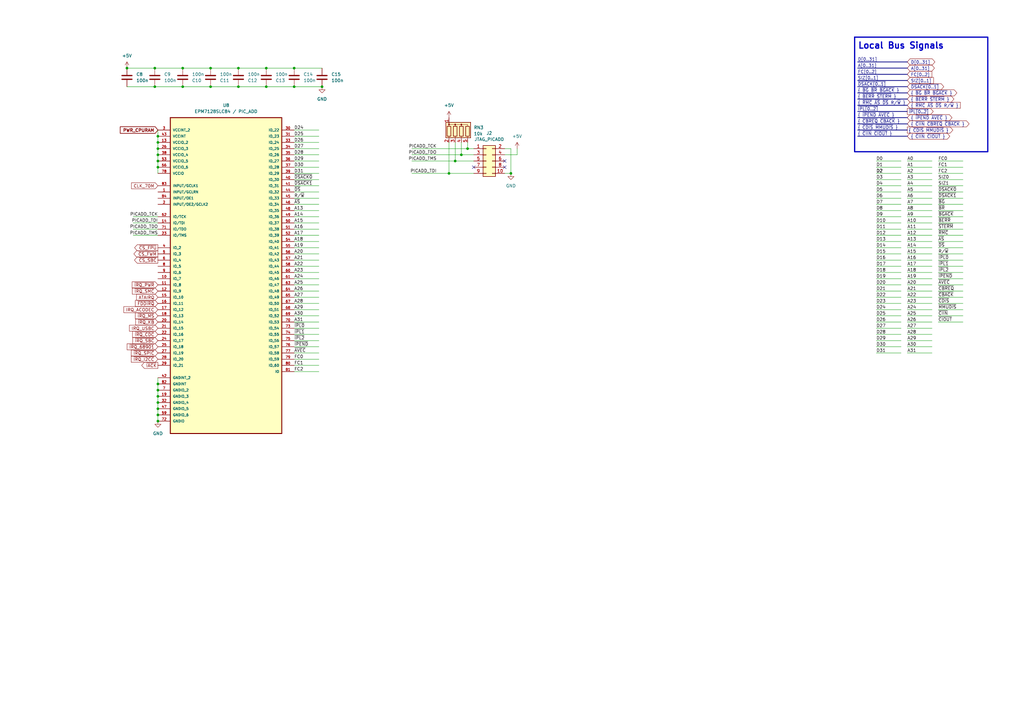
<source format=kicad_sch>
(kicad_sch (version 20230121) (generator eeschema)
  (paper "A3")
  (lib_symbols
    (symbol "Connector_Generic:Conn_02x05_Odd_Even" (pin_names (offset 1.016) hide)
      (property "Reference" "J" (at 1.27 7.62 0))
      (property "Value" "Conn_02x05_Odd_Even" (at 1.27 -7.62 0))
      (symbol "Conn_02x05_Odd_Even_1_1"
        (rectangle (start -1.27 -4.953) (end 0 -5.207) (stroke (width 0.1524)))
        (rectangle (start -1.27 -2.413) (end 0 -2.667) (stroke (width 0.1524)))
        (rectangle (start -1.27 0.127) (end 0 -0.127) (stroke (width 0.1524)))
        (rectangle (start -1.27 2.667) (end 0 2.413) (stroke (width 0.1524)))
        (rectangle (start -1.27 5.207) (end 0 4.953) (stroke (width 0.1524)))
        (rectangle (start -1.27 6.35) (end 3.81 -6.35) (stroke (width 0.254)) (fill (type background)))
        (rectangle (start 3.81 -4.953) (end 2.54 -5.207) (stroke (width 0.1524)))
        (rectangle (start 3.81 -2.413) (end 2.54 -2.667) (stroke (width 0.1524)))
        (rectangle (start 3.81 0.127) (end 2.54 -0.127) (stroke (width 0.1524)))
        (rectangle (start 3.81 2.667) (end 2.54 2.413) (stroke (width 0.1524)))
        (rectangle (start 3.81 5.207) (end 2.54 4.953) (stroke (width 0.1524)))
        (pin passive line (at -5.08 5.08 0) (length 3.81) (name "Pin_1") (number "1"))
        (pin passive line (at 7.62 -5.08 180) (length 3.81) (name "Pin_10") (number "10"))
        (pin passive line (at 7.62 5.08 180) (length 3.81) (name "Pin_2") (number "2"))
        (pin passive line (at -5.08 2.54 0) (length 3.81) (name "Pin_3") (number "3"))
        (pin passive line (at 7.62 2.54 180) (length 3.81) (name "Pin_4") (number "4"))
        (pin passive line (at -5.08 0 0) (length 3.81) (name "Pin_5") (number "5"))
        (pin passive line (at 7.62 0 180) (length 3.81) (name "Pin_6") (number "6"))
        (pin passive line (at -5.08 -2.54 0) (length 3.81) (name "Pin_7") (number "7"))
        (pin passive line (at 7.62 -2.54 180) (length 3.81) (name "Pin_8") (number "8"))
        (pin passive line (at -5.08 -5.08 0) (length 3.81) (name "Pin_9") (number "9"))
      )
    )
    (symbol "Device:C" (pin_numbers hide) (pin_names (offset 0.254))
      (property "Reference" "C" (at 0.635 2.54 0))
      (property "Value" "C" (at 0.635 -2.54 0))
      (symbol "C_0_1"
        (polyline (pts (xy -2.032 -0.762) (xy 2.032 -0.762)) (stroke (width 0.508)))
        (polyline (pts (xy -2.032 0.762) (xy 2.032 0.762)) (stroke (width 0.508)))
      )
      (symbol "C_1_1"
        (pin passive line (at 0 3.81 270) (length 2.794) (name "~") (number "1"))
        (pin passive line (at 0 -3.81 90) (length 2.794) (name "~") (number "2"))
      )
    )
    (symbol "Device:R_Network04" (pin_names (offset 0) hide)
      (property "Reference" "RN" (at -7.62 0 90))
      (property "Value" "R_Network04" (at 5.08 0 90))
      (symbol "R_Network04_0_1"
        (rectangle (start -6.35 -3.175) (end 3.81 3.175) (stroke (width 0.254)) (fill (type background)))
        (rectangle (start -5.842 1.524) (end -4.318 -2.54) (stroke (width 0.254)))
        (circle (center -5.08 2.286) (radius 0.254) (fill (type outline)))
        (rectangle (start -3.302 1.524) (end -1.778 -2.54) (stroke (width 0.254)))
        (circle (center -2.54 2.286) (radius 0.254) (fill (type outline)))
        (rectangle (start -0.762 1.524) (end 0.762 -2.54) (stroke (width 0.254)))
        (polyline (pts (xy -5.08 -2.54) (xy -5.08 -3.81)))
        (polyline (pts (xy -2.54 -2.54) (xy -2.54 -3.81)))
        (polyline (pts (xy 0 -2.54) (xy 0 -3.81)))
        (polyline (pts (xy 2.54 -2.54) (xy 2.54 -3.81)))
        (polyline (pts (xy -5.08 1.524) (xy -5.08 2.286) (xy -2.54 2.286) (xy -2.54 1.524)))
        (polyline (pts (xy -2.54 1.524) (xy -2.54 2.286) (xy 0 2.286) (xy 0 1.524)))
        (polyline (pts (xy 0 1.524) (xy 0 2.286) (xy 2.54 2.286) (xy 2.54 1.524)))
        (circle (center 0 2.286) (radius 0.254) (fill (type outline)))
        (rectangle (start 1.778 1.524) (end 3.302 -2.54) (stroke (width 0.254)))
      )
      (symbol "R_Network04_1_1"
        (pin passive line (at -5.08 5.08 270) (length 2.54) (name "common") (number "1"))
        (pin passive line (at -5.08 -5.08 90) (length 1.27) (name "R1") (number "2"))
        (pin passive line (at -2.54 -5.08 90) (length 1.27) (name "R2") (number "3"))
        (pin passive line (at 0 -5.08 90) (length 1.27) (name "R3") (number "4"))
        (pin passive line (at 2.54 -5.08 90) (length 1.27) (name "R4") (number "5"))
      )
    )
    (symbol "EPM7128SLC84-15:EPM7128SLC84-15" (pin_names (offset 1.016))
      (property "Reference" "U" (at -5.3672 65.0935 0))
      (property "Value" "EPM7128SLC84-15" (at -5.497 -74.6679 0))
      (symbol "EPM7128SLC84-15_0_0"
        (rectangle (start -22.86 -68.58) (end 22.86 60.96) (stroke (width 0.4064)) (fill (type background)))
        (pin input line (at -27.94 30.48 0) (length 5.08) (name "INPUT/GCLRN") (number "1"))
        (pin bidirectional line (at -27.94 -5.08 0) (length 5.08) (name "IO_7") (number "10"))
        (pin bidirectional line (at -27.94 -7.62 0) (length 5.08) (name "IO_8") (number "11"))
        (pin bidirectional line (at -27.94 -10.16 0) (length 5.08) (name "IO_9") (number "12"))
        (pin power_in line (at -27.94 50.8 0) (length 5.08) (name "VCCIO_2") (number "13"))
        (pin bidirectional line (at -27.94 17.78 0) (length 5.08) (name "IO/TDI") (number "14"))
        (pin bidirectional line (at -27.94 -12.7 0) (length 5.08) (name "IO_10") (number "15"))
        (pin bidirectional line (at -27.94 -15.24 0) (length 5.08) (name "IO_11") (number "16"))
        (pin bidirectional line (at -27.94 -17.78 0) (length 5.08) (name "IO_12") (number "17"))
        (pin bidirectional line (at -27.94 -20.32 0) (length 5.08) (name "IO_13") (number "18"))
        (pin passive line (at -27.94 -53.34 0) (length 5.08) (name "GNDIO_3") (number "19"))
        (pin input line (at -27.94 25.4 0) (length 5.08) (name "INPUT/OE2/GCLK2") (number "2"))
        (pin bidirectional line (at -27.94 -22.86 0) (length 5.08) (name "IO_14") (number "20"))
        (pin bidirectional line (at -27.94 -25.4 0) (length 5.08) (name "IO_15") (number "21"))
        (pin bidirectional line (at -27.94 -27.94 0) (length 5.08) (name "IO_16") (number "22"))
        (pin bidirectional line (at -27.94 12.7 0) (length 5.08) (name "IO/TMS") (number "23"))
        (pin bidirectional line (at -27.94 -30.48 0) (length 5.08) (name "IO_17") (number "24"))
        (pin bidirectional line (at -27.94 -33.02 0) (length 5.08) (name "IO_18") (number "25"))
        (pin power_in line (at -27.94 48.26 0) (length 5.08) (name "VCCIO_3") (number "26"))
        (pin bidirectional line (at -27.94 -35.56 0) (length 5.08) (name "IO_19") (number "27"))
        (pin bidirectional line (at -27.94 -38.1 0) (length 5.08) (name "IO_20") (number "28"))
        (pin bidirectional line (at -27.94 -40.64 0) (length 5.08) (name "IO_21") (number "29"))
        (pin power_in line (at -27.94 55.88 0) (length 5.08) (name "VCCINT_2") (number "3"))
        (pin bidirectional line (at 27.94 55.88 180) (length 5.08) (name "IO_22") (number "30"))
        (pin bidirectional line (at 27.94 53.34 180) (length 5.08) (name "IO_23") (number "31"))
        (pin passive line (at -27.94 -55.88 0) (length 5.08) (name "GNDIO_4") (number "32"))
        (pin bidirectional line (at 27.94 50.8 180) (length 5.08) (name "IO_24") (number "33"))
        (pin bidirectional line (at 27.94 48.26 180) (length 5.08) (name "IO_25") (number "34"))
        (pin bidirectional line (at 27.94 45.72 180) (length 5.08) (name "IO_26") (number "35"))
        (pin bidirectional line (at 27.94 43.18 180) (length 5.08) (name "IO_27") (number "36"))
        (pin bidirectional line (at 27.94 40.64 180) (length 5.08) (name "IO_28") (number "37"))
        (pin power_in line (at -27.94 45.72 0) (length 5.08) (name "VCCIO_4") (number "38"))
        (pin bidirectional line (at 27.94 38.1 180) (length 5.08) (name "IO_29") (number "39"))
        (pin bidirectional line (at -27.94 7.62 0) (length 5.08) (name "IO_2") (number "4"))
        (pin bidirectional line (at 27.94 35.56 180) (length 5.08) (name "IO_30") (number "40"))
        (pin bidirectional line (at 27.94 33.02 180) (length 5.08) (name "IO_31") (number "41"))
        (pin passive line (at -27.94 -45.72 0) (length 5.08) (name "GNDINT_2") (number "42"))
        (pin power_in line (at -27.94 53.34 0) (length 5.08) (name "VCCINT") (number "43"))
        (pin bidirectional line (at 27.94 30.48 180) (length 5.08) (name "IO_32") (number "44"))
        (pin bidirectional line (at 27.94 27.94 180) (length 5.08) (name "IO_33") (number "45"))
        (pin bidirectional line (at 27.94 25.4 180) (length 5.08) (name "IO_34") (number "46"))
        (pin passive line (at -27.94 -58.42 0) (length 5.08) (name "GNDIO_5") (number "47"))
        (pin bidirectional line (at 27.94 22.86 180) (length 5.08) (name "IO_35") (number "48"))
        (pin bidirectional line (at 27.94 20.32 180) (length 5.08) (name "IO_36") (number "49"))
        (pin bidirectional line (at -27.94 5.08 0) (length 5.08) (name "IO_3") (number "5"))
        (pin bidirectional line (at 27.94 17.78 180) (length 5.08) (name "IO_37") (number "50"))
        (pin bidirectional line (at 27.94 15.24 180) (length 5.08) (name "IO_38") (number "51"))
        (pin bidirectional line (at 27.94 12.7 180) (length 5.08) (name "IO_39") (number "52"))
        (pin power_in line (at -27.94 43.18 0) (length 5.08) (name "VCCIO_5") (number "53"))
        (pin bidirectional line (at 27.94 10.16 180) (length 5.08) (name "IO_40") (number "54"))
        (pin bidirectional line (at 27.94 7.62 180) (length 5.08) (name "IO_41") (number "55"))
        (pin bidirectional line (at 27.94 5.08 180) (length 5.08) (name "IO_42") (number "56"))
        (pin bidirectional line (at 27.94 2.54 180) (length 5.08) (name "IO_43") (number "57"))
        (pin bidirectional line (at 27.94 0 180) (length 5.08) (name "IO_44") (number "58"))
        (pin passive line (at -27.94 -60.96 0) (length 5.08) (name "GNDIO_6") (number "59"))
        (pin bidirectional line (at -27.94 2.54 0) (length 5.08) (name "IO_4") (number "6"))
        (pin bidirectional line (at 27.94 -2.54 180) (length 5.08) (name "IO_45") (number "60"))
        (pin bidirectional line (at 27.94 -5.08 180) (length 5.08) (name "IO_46") (number "61"))
        (pin bidirectional line (at -27.94 20.32 0) (length 5.08) (name "IO/TCK") (number "62"))
        (pin bidirectional line (at 27.94 -7.62 180) (length 5.08) (name "IO_47") (number "63"))
        (pin bidirectional line (at 27.94 -10.16 180) (length 5.08) (name "IO_48") (number "64"))
        (pin bidirectional line (at 27.94 -12.7 180) (length 5.08) (name "IO_49") (number "65"))
        (pin power_in line (at -27.94 40.64 0) (length 5.08) (name "VCCIO_6") (number "66"))
        (pin bidirectional line (at 27.94 -15.24 180) (length 5.08) (name "IO_50") (number "67"))
        (pin bidirectional line (at 27.94 -17.78 180) (length 5.08) (name "IO_51") (number "68"))
        (pin bidirectional line (at 27.94 -20.32 180) (length 5.08) (name "IO_52") (number "69"))
        (pin passive line (at -27.94 -50.8 0) (length 5.08) (name "GNDIO_2") (number "7"))
        (pin bidirectional line (at 27.94 -22.86 180) (length 5.08) (name "IO_53") (number "70"))
        (pin bidirectional line (at -27.94 15.24 0) (length 5.08) (name "IO/TDO") (number "71"))
        (pin passive line (at -27.94 -63.5 0) (length 5.08) (name "GNDIO") (number "72"))
        (pin bidirectional line (at 27.94 -25.4 180) (length 5.08) (name "IO_54") (number "73"))
        (pin bidirectional line (at 27.94 -27.94 180) (length 5.08) (name "IO_55") (number "74"))
        (pin bidirectional line (at 27.94 -30.48 180) (length 5.08) (name "IO_56") (number "75"))
        (pin bidirectional line (at 27.94 -33.02 180) (length 5.08) (name "IO_57") (number "76"))
        (pin bidirectional line (at 27.94 -35.56 180) (length 5.08) (name "IO_58") (number "77"))
        (pin power_in line (at -27.94 38.1 0) (length 5.08) (name "VCCIO") (number "78"))
        (pin bidirectional line (at 27.94 -38.1 180) (length 5.08) (name "IO_59") (number "79"))
        (pin bidirectional line (at -27.94 0 0) (length 5.08) (name "IO_5") (number "8"))
        (pin bidirectional line (at 27.94 -40.64 180) (length 5.08) (name "IO_60") (number "80"))
        (pin bidirectional line (at 27.94 -43.18 180) (length 5.08) (name "IO") (number "81"))
        (pin passive line (at -27.94 -48.26 0) (length 5.08) (name "GNDINT") (number "82"))
        (pin input line (at -27.94 33.02 0) (length 5.08) (name "INPUT/GCLK1") (number "83"))
        (pin input line (at -27.94 27.94 0) (length 5.08) (name "INPUT/OE1") (number "84"))
        (pin bidirectional line (at -27.94 -2.54 0) (length 5.08) (name "IO_6") (number "9"))
      )
    )
    (symbol "power:+5V" (power) (pin_names (offset 0))
      (property "Value" "+5V" (at 0 3.556 0))
      (symbol "+5V_0_1"
        (polyline (pts (xy -0.762 1.27) (xy 0 2.54)))
        (polyline (pts (xy 0 0) (xy 0 2.54)))
        (polyline (pts (xy 0 2.54) (xy 0.762 1.27)))
      )
      (symbol "+5V_1_1"
        (pin power_in line (at 0 0 90) (length 0) hide (name "+5V") (number "1"))
      )
    )
    (symbol "power:GND" (power) (pin_names (offset 0))
      (property "Value" "GND" (at 0 -3.81 0))
      (symbol "GND_0_1"
        (polyline (pts (xy 0 0) (xy 0 -1.27) (xy 1.27 -1.27) (xy 0 -2.54) (xy -1.27 -1.27) (xy 0 -1.27)))
      )
      (symbol "GND_1_1"
        (pin power_in line (at 0 0 270) (length 0) hide (name "GND") (number "1"))
      )
    )
  )
  (junction (at 109.22 35.56))
  (junction (at 86.36 35.56))
  (junction (at 64.77 63.5))
  (junction (at 64.77 162.56))
  (junction (at 64.77 167.64))
  (junction (at 186.69 66.04))
  (junction (at 86.36 27.94))
  (junction (at 64.77 58.42))
  (junction (at 64.77 66.04))
  (junction (at 189.23 63.5))
  (junction (at 64.77 170.18))
  (junction (at 97.79 27.94))
  (junction (at 97.79 35.56))
  (junction (at 109.22 27.94))
  (junction (at 120.65 27.94))
  (junction (at 74.93 27.94))
  (junction (at 132.08 35.56))
  (junction (at 64.77 55.88))
  (junction (at 184.15 71.12))
  (junction (at 52.07 27.94))
  (junction (at 64.77 172.72))
  (junction (at 120.65 35.56))
  (junction (at 63.5 27.94))
  (junction (at 64.77 60.96))
  (junction (at 191.77 60.96))
  (junction (at 209.55 71.12))
  (junction (at 64.77 68.58))
  (junction (at 64.77 160.02))
  (junction (at 63.5 35.56))
  (junction (at 64.77 157.48))
  (junction (at 64.77 165.1))
  (junction (at 74.93 35.56))
  (no_connect (at 194.31 68.58))
  (no_connect (at 207.01 66.04))
  (no_connect (at 207.01 68.58))
  (wire (pts (xy 130.81 106.68) (xy 120.65 106.68)))
  (wire (pts (xy 130.81 119.38) (xy 120.65 119.38)))
  (wire (pts (xy 130.81 144.78) (xy 120.65 144.78)))
  (wire (pts (xy 394.97 81.28) (xy 384.81 81.28)))
  (bus (pts (xy 351.79 35.56) (xy 372.11 35.56)))
  (wire (pts (xy 394.97 106.68) (xy 384.81 106.68)))
  (wire (pts (xy 369.57 129.54) (xy 359.41 129.54)))
  (wire (pts (xy 184.15 58.42) (xy 184.15 71.12)))
  (wire (pts (xy 382.27 144.78) (xy 372.11 144.78)))
  (wire (pts (xy 369.57 111.76) (xy 359.41 111.76)))
  (wire (pts (xy 369.57 81.28) (xy 359.41 81.28)))
  (bus (pts (xy 351.79 43.18) (xy 372.11 43.18)))
  (wire (pts (xy 369.57 114.3) (xy 359.41 114.3)))
  (wire (pts (xy 382.27 99.06) (xy 372.11 99.06)))
  (wire (pts (xy 382.27 83.82) (xy 372.11 83.82)))
  (wire (pts (xy 382.27 121.92) (xy 372.11 121.92)))
  (wire (pts (xy 130.81 76.2) (xy 120.65 76.2)))
  (wire (pts (xy 130.81 124.46) (xy 120.65 124.46)))
  (wire (pts (xy 64.77 60.96) (xy 64.77 63.5)))
  (wire (pts (xy 369.57 73.66) (xy 359.41 73.66)))
  (wire (pts (xy 369.57 93.98) (xy 359.41 93.98)))
  (wire (pts (xy 130.81 152.4) (xy 120.65 152.4)))
  (wire (pts (xy 382.27 142.24) (xy 372.11 142.24)))
  (wire (pts (xy 209.55 60.96) (xy 209.55 71.12)))
  (wire (pts (xy 130.81 53.34) (xy 120.65 53.34)))
  (wire (pts (xy 369.57 132.08) (xy 359.41 132.08)))
  (wire (pts (xy 207.01 60.96) (xy 209.55 60.96)))
  (wire (pts (xy 382.27 116.84) (xy 372.11 116.84)))
  (wire (pts (xy 86.36 35.56) (xy 74.93 35.56)))
  (wire (pts (xy 382.27 78.74) (xy 372.11 78.74)))
  (wire (pts (xy 369.57 101.6) (xy 359.41 101.6)))
  (wire (pts (xy 369.57 121.92) (xy 359.41 121.92)))
  (wire (pts (xy 130.81 93.98) (xy 120.65 93.98)))
  (wire (pts (xy 369.57 78.74) (xy 359.41 78.74)))
  (wire (pts (xy 394.97 111.76) (xy 384.81 111.76)))
  (wire (pts (xy 130.81 147.32) (xy 120.65 147.32)))
  (wire (pts (xy 64.77 157.48) (xy 64.77 160.02)))
  (wire (pts (xy 382.27 129.54) (xy 372.11 129.54)))
  (wire (pts (xy 394.97 127) (xy 384.81 127)))
  (wire (pts (xy 394.97 71.12) (xy 384.81 71.12)))
  (wire (pts (xy 109.22 27.94) (xy 120.65 27.94)))
  (wire (pts (xy 394.97 101.6) (xy 384.81 101.6)))
  (wire (pts (xy 394.97 109.22) (xy 384.81 109.22)))
  (wire (pts (xy 382.27 86.36) (xy 372.11 86.36)))
  (wire (pts (xy 369.57 88.9) (xy 359.41 88.9)))
  (bus (pts (xy 351.79 48.26) (xy 372.11 48.26)))
  (wire (pts (xy 382.27 91.44) (xy 372.11 91.44)))
  (wire (pts (xy 394.97 124.46) (xy 384.81 124.46)))
  (wire (pts (xy 130.81 81.28) (xy 120.65 81.28)))
  (wire (pts (xy 382.27 66.04) (xy 372.11 66.04)))
  (wire (pts (xy 207.01 71.12) (xy 209.55 71.12)))
  (wire (pts (xy 369.57 66.04) (xy 359.41 66.04)))
  (wire (pts (xy 394.97 119.38) (xy 384.81 119.38)))
  (wire (pts (xy 382.27 73.66) (xy 372.11 73.66)))
  (wire (pts (xy 168.91 60.96) (xy 191.77 60.96)))
  (wire (pts (xy 64.77 160.02) (xy 64.77 162.56)))
  (bus (pts (xy 351.79 27.94) (xy 372.11 27.94)))
  (wire (pts (xy 369.57 134.62) (xy 359.41 134.62)))
  (wire (pts (xy 382.27 127) (xy 372.11 127)))
  (bus (pts (xy 351.79 38.1) (xy 372.11 38.1)))
  (wire (pts (xy 168.91 63.5) (xy 189.23 63.5)))
  (wire (pts (xy 369.57 109.22) (xy 359.41 109.22)))
  (wire (pts (xy 382.27 93.98) (xy 372.11 93.98)))
  (wire (pts (xy 369.57 68.58) (xy 359.41 68.58)))
  (wire (pts (xy 369.57 86.36) (xy 359.41 86.36)))
  (wire (pts (xy 168.91 71.12) (xy 184.15 71.12)))
  (wire (pts (xy 64.77 162.56) (xy 64.77 165.1)))
  (bus (pts (xy 351.79 33.02) (xy 372.11 33.02)))
  (wire (pts (xy 394.97 88.9) (xy 384.81 88.9)))
  (wire (pts (xy 382.27 71.12) (xy 372.11 71.12)))
  (wire (pts (xy 394.97 99.06) (xy 384.81 99.06)))
  (wire (pts (xy 369.57 142.24) (xy 359.41 142.24)))
  (wire (pts (xy 382.27 88.9) (xy 372.11 88.9)))
  (wire (pts (xy 394.97 76.2) (xy 384.81 76.2)))
  (wire (pts (xy 130.81 86.36) (xy 120.65 86.36)))
  (wire (pts (xy 130.81 55.88) (xy 120.65 55.88)))
  (wire (pts (xy 394.97 104.14) (xy 384.81 104.14)))
  (wire (pts (xy 130.81 127) (xy 120.65 127)))
  (wire (pts (xy 54.61 96.52) (xy 64.77 96.52)))
  (wire (pts (xy 130.81 78.74) (xy 120.65 78.74)))
  (wire (pts (xy 130.81 73.66) (xy 120.65 73.66)))
  (wire (pts (xy 369.57 71.12) (xy 359.41 71.12)))
  (wire (pts (xy 130.81 104.14) (xy 120.65 104.14)))
  (wire (pts (xy 52.07 27.94) (xy 63.5 27.94)))
  (wire (pts (xy 394.97 91.44) (xy 384.81 91.44)))
  (wire (pts (xy 168.91 66.04) (xy 186.69 66.04)))
  (wire (pts (xy 382.27 124.46) (xy 372.11 124.46)))
  (wire (pts (xy 132.08 35.56) (xy 120.65 35.56)))
  (wire (pts (xy 382.27 134.62) (xy 372.11 134.62)))
  (wire (pts (xy 109.22 35.56) (xy 97.79 35.56)))
  (wire (pts (xy 382.27 109.22) (xy 372.11 109.22)))
  (wire (pts (xy 130.81 116.84) (xy 120.65 116.84)))
  (wire (pts (xy 54.61 93.98) (xy 64.77 93.98)))
  (wire (pts (xy 130.81 60.96) (xy 120.65 60.96)))
  (bus (pts (xy 351.79 55.88) (xy 372.11 55.88)))
  (wire (pts (xy 63.5 35.56) (xy 52.07 35.56)))
  (wire (pts (xy 369.57 144.78) (xy 359.41 144.78)))
  (wire (pts (xy 130.81 109.22) (xy 120.65 109.22)))
  (wire (pts (xy 369.57 116.84) (xy 359.41 116.84)))
  (wire (pts (xy 394.97 132.08) (xy 384.81 132.08)))
  (wire (pts (xy 369.57 91.44) (xy 359.41 91.44)))
  (wire (pts (xy 130.81 63.5) (xy 120.65 63.5)))
  (wire (pts (xy 382.27 81.28) (xy 372.11 81.28)))
  (bus (pts (xy 351.79 30.48) (xy 372.11 30.48)))
  (wire (pts (xy 130.81 96.52) (xy 120.65 96.52)))
  (wire (pts (xy 130.81 134.62) (xy 120.65 134.62)))
  (wire (pts (xy 382.27 132.08) (xy 372.11 132.08)))
  (wire (pts (xy 186.69 66.04) (xy 194.31 66.04)))
  (wire (pts (xy 369.57 76.2) (xy 359.41 76.2)))
  (wire (pts (xy 382.27 137.16) (xy 372.11 137.16)))
  (wire (pts (xy 382.27 119.38) (xy 372.11 119.38)))
  (wire (pts (xy 382.27 101.6) (xy 372.11 101.6)))
  (wire (pts (xy 394.97 121.92) (xy 384.81 121.92)))
  (wire (pts (xy 64.77 55.88) (xy 64.77 58.42)))
  (wire (pts (xy 64.77 58.42) (xy 64.77 60.96)))
  (wire (pts (xy 369.57 99.06) (xy 359.41 99.06)))
  (wire (pts (xy 382.27 139.7) (xy 372.11 139.7)))
  (wire (pts (xy 186.69 58.42) (xy 186.69 66.04)))
  (wire (pts (xy 130.81 142.24) (xy 120.65 142.24)))
  (wire (pts (xy 191.77 58.42) (xy 191.77 60.96)))
  (wire (pts (xy 191.77 60.96) (xy 194.31 60.96)))
  (wire (pts (xy 64.77 154.94) (xy 64.77 157.48)))
  (wire (pts (xy 130.81 88.9) (xy 120.65 88.9)))
  (wire (pts (xy 130.81 132.08) (xy 120.65 132.08)))
  (wire (pts (xy 382.27 114.3) (xy 372.11 114.3)))
  (wire (pts (xy 212.09 63.5) (xy 207.01 63.5)))
  (wire (pts (xy 369.57 96.52) (xy 359.41 96.52)))
  (bus (pts (xy 351.79 40.64) (xy 372.11 40.64)))
  (bus (pts (xy 351.79 50.8) (xy 372.11 50.8)))
  (wire (pts (xy 64.77 53.34) (xy 64.77 55.88)))
  (wire (pts (xy 120.65 35.56) (xy 109.22 35.56)))
  (wire (pts (xy 369.57 119.38) (xy 359.41 119.38)))
  (wire (pts (xy 184.15 71.12) (xy 194.31 71.12)))
  (wire (pts (xy 369.57 83.82) (xy 359.41 83.82)))
  (bus (pts (xy 351.79 25.4) (xy 372.11 25.4)))
  (wire (pts (xy 382.27 68.58) (xy 372.11 68.58)))
  (wire (pts (xy 64.77 63.5) (xy 64.77 66.04)))
  (wire (pts (xy 369.57 124.46) (xy 359.41 124.46)))
  (wire (pts (xy 86.36 27.94) (xy 97.79 27.94)))
  (wire (pts (xy 394.97 129.54) (xy 384.81 129.54)))
  (wire (pts (xy 54.61 88.9) (xy 64.77 88.9)))
  (wire (pts (xy 369.57 106.68) (xy 359.41 106.68)))
  (wire (pts (xy 382.27 96.52) (xy 372.11 96.52)))
  (wire (pts (xy 382.27 104.14) (xy 372.11 104.14)))
  (wire (pts (xy 97.79 27.94) (xy 109.22 27.94)))
  (wire (pts (xy 394.97 93.98) (xy 384.81 93.98)))
  (wire (pts (xy 130.81 71.12) (xy 120.65 71.12)))
  (wire (pts (xy 189.23 58.42) (xy 189.23 63.5)))
  (wire (pts (xy 120.65 27.94) (xy 132.08 27.94)))
  (wire (pts (xy 64.77 165.1) (xy 64.77 167.64)))
  (wire (pts (xy 74.93 27.94) (xy 86.36 27.94)))
  (wire (pts (xy 130.81 139.7) (xy 120.65 139.7)))
  (wire (pts (xy 130.81 66.04) (xy 120.65 66.04)))
  (wire (pts (xy 130.81 111.76) (xy 120.65 111.76)))
  (wire (pts (xy 130.81 101.6) (xy 120.65 101.6)))
  (wire (pts (xy 394.97 78.74) (xy 384.81 78.74)))
  (wire (pts (xy 130.81 68.58) (xy 120.65 68.58)))
  (wire (pts (xy 394.97 96.52) (xy 384.81 96.52)))
  (wire (pts (xy 394.97 66.04) (xy 384.81 66.04)))
  (wire (pts (xy 63.5 27.94) (xy 74.93 27.94)))
  (wire (pts (xy 130.81 121.92) (xy 120.65 121.92)))
  (wire (pts (xy 394.97 86.36) (xy 384.81 86.36)))
  (wire (pts (xy 130.81 58.42) (xy 120.65 58.42)))
  (wire (pts (xy 130.81 149.86) (xy 120.65 149.86)))
  (wire (pts (xy 382.27 106.68) (xy 372.11 106.68)))
  (wire (pts (xy 64.77 68.58) (xy 64.77 71.12)))
  (wire (pts (xy 394.97 116.84) (xy 384.81 116.84)))
  (wire (pts (xy 130.81 83.82) (xy 120.65 83.82)))
  (wire (pts (xy 394.97 73.66) (xy 384.81 73.66)))
  (wire (pts (xy 212.09 60.96) (xy 212.09 63.5)))
  (wire (pts (xy 64.77 167.64) (xy 64.77 170.18)))
  (wire (pts (xy 130.81 129.54) (xy 120.65 129.54)))
  (wire (pts (xy 394.97 114.3) (xy 384.81 114.3)))
  (wire (pts (xy 97.79 35.56) (xy 86.36 35.56)))
  (wire (pts (xy 394.97 83.82) (xy 384.81 83.82)))
  (wire (pts (xy 369.57 104.14) (xy 359.41 104.14)))
  (wire (pts (xy 394.97 68.58) (xy 384.81 68.58)))
  (wire (pts (xy 130.81 91.44) (xy 120.65 91.44)))
  (wire (pts (xy 130.81 114.3) (xy 120.65 114.3)))
  (bus (pts (xy 351.79 53.34) (xy 372.11 53.34)))
  (wire (pts (xy 130.81 137.16) (xy 120.65 137.16)))
  (wire (pts (xy 64.77 66.04) (xy 64.77 68.58)))
  (wire (pts (xy 369.57 139.7) (xy 359.41 139.7)))
  (wire (pts (xy 64.77 170.18) (xy 64.77 172.72)))
  (bus (pts (xy 351.79 45.72) (xy 372.11 45.72)))
  (wire (pts (xy 130.81 99.06) (xy 120.65 99.06)))
  (wire (pts (xy 369.57 137.16) (xy 359.41 137.16)))
  (wire (pts (xy 382.27 76.2) (xy 372.11 76.2)))
  (wire (pts (xy 54.61 91.44) (xy 64.77 91.44)))
  (wire (pts (xy 74.93 35.56) (xy 63.5 35.56)))
  (wire (pts (xy 369.57 127) (xy 359.41 127)))
  (wire (pts (xy 382.27 111.76) (xy 372.11 111.76)))
  (wire (pts (xy 189.23 63.5) (xy 194.31 63.5)))
  (rectangle (start 350.52 15.24) (end 405.13 62.23) (stroke (width 0.508)))
  (text "Local Bus Signals" (at 351.79 20.32 0) (effects (font (size 2.54 2.54) (thickness 0.508) bold) (justify left bottom)))
  (label "D17" (at 359.41 109.22 0))
  (label "~{RMC}" (at 384.81 96.52 0))
  (label "D14" (at 359.41 101.6 0))
  (label "D[0..31]" (at 351.79 25.4 0))
  (label "A23" (at 372.11 124.46 0))
  (label "A13" (at 372.11 99.06 0))
  (label "~{MMUDIS}" (at 384.81 127 0))
  (label "A26" (at 372.11 132.08 0))
  (label "D26" (at 359.41 132.08 0))
  (label "{ ~{CBREQ} ~{CBACK} }" (at 351.79 50.8 0))
  (label "~{CIOUT}" (at 384.81 132.08 0))
  (label "A28" (at 372.11 137.16 0))
  (label "A28" (at 120.65 124.46 0))
  (label "D29" (at 359.41 139.7 0))
  (label "D25" (at 120.65 55.88 0))
  (label "D29" (at 120.65 66.04 0))
  (label "~{IPL0}" (at 120.65 134.62 0))
  (label "A30" (at 372.11 142.24 0))
  (label "~{IPEND}" (at 120.65 142.24 0))
  (label "~{IPL1}" (at 384.81 109.22 0))
  (label "A23" (at 120.65 111.76 0))
  (label "D5" (at 359.41 78.74 0))
  (label "~{BERR}" (at 384.81 91.44 0))
  (label "R{slash}~{W}" (at 120.65 81.28 0))
  (label "A21" (at 120.65 106.68 0))
  (label "D1" (at 359.41 68.58 0))
  (label "~{CIIN}" (at 384.81 129.54 0))
  (label "A11" (at 372.11 93.98 0))
  (label "A18" (at 372.11 111.76 0))
  (label "PICADD_TCK" (at 64.77 88.9 180))
  (label "FC0" (at 120.65 147.32 0))
  (label "FC2" (at 120.65 152.4 0))
  (label "A20" (at 120.65 104.14 0))
  (label "~{BG}" (at 384.81 83.82 0))
  (label "A25" (at 372.11 129.54 0))
  (label "A17" (at 372.11 109.22 0))
  (label "SIZ0" (at 384.81 73.66 0))
  (label "D7" (at 359.41 83.82 0))
  (label "D11" (at 359.41 93.98 0))
  (label "A2" (at 372.11 71.12 0))
  (label "D0" (at 359.41 66.04 0))
  (label "D28" (at 359.41 137.16 0))
  (label "~{AVEC}" (at 384.81 116.84 0))
  (label "A16" (at 120.65 93.98 0))
  (label "{ ~{BG} ~{BR} ~{BGACK} }" (at 351.79 38.1 0))
  (label "A10" (at 372.11 91.44 0))
  (label "D10" (at 359.41 91.44 0))
  (label "~{CBACK}" (at 384.81 121.92 0))
  (label "A22" (at 372.11 121.92 0))
  (label "D30" (at 120.65 68.58 0))
  (label "A4" (at 372.11 76.2 0))
  (label "A26" (at 120.65 119.38 0))
  (label "D23" (at 359.41 124.46 0))
  (label "~{DSACK[0..1]}" (at 351.79 35.56 0))
  (label "A13" (at 120.65 86.36 0))
  (label "D13" (at 359.41 99.06 0))
  (label "D21" (at 359.41 119.38 0))
  (label "D20" (at 359.41 116.84 0))
  (label "A21" (at 372.11 119.38 0))
  (label "A25" (at 120.65 116.84 0))
  (label "D22" (at 359.41 121.92 0))
  (label "A20" (at 372.11 116.84 0))
  (label "FC0" (at 384.81 66.04 0))
  (label "~{AS}" (at 120.65 83.82 0))
  (label "A29" (at 372.11 139.7 0))
  (label "A9" (at 372.11 88.9 0))
  (label "D6" (at 359.41 81.28 0))
  (label "A18" (at 120.65 99.06 0))
  (label "A3" (at 372.11 73.66 0))
  (label "A27" (at 372.11 134.62 0))
  (label "A8" (at 372.11 86.36 0))
  (label "{ ~{IPEND} ~{AVEC} }" (at 351.79 48.26 0))
  (label "A14" (at 372.11 101.6 0))
  (label "D15" (at 359.41 104.14 0))
  (label "D2" (at 359.41 71.12 0))
  (label "A16" (at 372.11 106.68 0))
  (label "PICADD_TDO" (at 64.77 93.98 180))
  (label "~{DS}" (at 120.65 78.74 0))
  (label "~{IPL[0..2]}" (at 351.79 45.72 0))
  (label "D19" (at 359.41 114.3 0))
  (label "D30" (at 359.41 142.24 0))
  (label "FC2" (at 384.81 71.12 0))
  (label "A19" (at 120.65 101.6 0))
  (label "PICADD_TMS" (at 64.77 96.52 180))
  (label "~{IPL1}" (at 120.65 137.16 0))
  (label "A7" (at 372.11 83.82 0))
  (label "D24" (at 359.41 127 0))
  (label "~{CBREQ}" (at 384.81 119.38 0))
  (label "~{DSACK0}" (at 384.81 78.74 0))
  (label "D27" (at 359.41 134.62 0))
  (label "A29" (at 120.65 127 0))
  (label "PICADD_TDO" (at 179.07 63.5 180))
  (label "~{IPL0}" (at 384.81 106.68 0))
  (label "D24" (at 120.65 53.34 0))
  (label "FC1" (at 384.81 68.58 0))
  (label "SIZ[0..1]" (at 351.79 33.02 0))
  (label "A31" (at 372.11 144.78 0))
  (label "~{BR}" (at 384.81 86.36 0))
  (label "A14" (at 120.65 88.9 0))
  (label "~{STERM}" (at 384.81 93.98 0))
  (label "SIZ1" (at 384.81 76.2 0))
  (label "A30" (at 120.65 129.54 0))
  (label "D16" (at 359.41 106.68 0))
  (label "A27" (at 120.65 121.92 0))
  (label "PICADD_TCK" (at 179.07 60.96 180))
  (label "~{IPL2}" (at 120.65 139.7 0))
  (label "D25" (at 359.41 129.54 0))
  (label "~{IPEND}" (at 384.81 114.3 0))
  (label "~{BGACK}" (at 384.81 88.9 0))
  (label "D27" (at 120.65 60.96 0))
  (label "{ ~{RMC} ~{AS} ~{DS} R{slash}~{W} }" (at 351.79 43.18 0))
  (label "A24" (at 372.11 127 0))
  (label "{ ~{CIIN} ~{CIOUT} }" (at 351.79 55.88 0))
  (label "A15" (at 372.11 104.14 0))
  (label "PICADD_TMS" (at 179.0984 66.04 180))
  (label "D18" (at 359.41 111.76 0))
  (label "A12" (at 372.11 96.52 0))
  (label "{ ~{BERR} ~{STERM} }" (at 351.79 40.64 0))
  (label "~{DSACK1}" (at 384.81 81.28 0))
  (label "A31" (at 120.65 132.08 0))
  (label "A15" (at 120.65 91.44 0))
  (label "PICADD_TDI" (at 179.07 71.12 180))
  (label "~{AS}" (at 384.81 99.06 0))
  (label "FC1" (at 120.65 149.86 0))
  (label "D31" (at 359.41 144.78 0))
  (label "~{CDIS}" (at 384.81 124.46 0))
  (label "~{DSACK0}" (at 120.65 73.66 0))
  (label "A22" (at 120.65 109.22 0))
  (label "D12" (at 359.41 96.52 0))
  (label "A[0..31]" (at 351.79 27.94 0))
  (label "D2" (at 359.41 71.12 0))
  (label "D9" (at 359.41 88.9 0))
  (label "A0" (at 372.11 66.04 0))
  (label "D28" (at 120.65 63.5 0))
  (label "~{DSACK1}" (at 120.65 76.2 0))
  (label "{ ~{CDIS} ~{MMUDIS} }" (at 351.79 53.34 0))
  (label "A17" (at 120.65 96.52 0))
  (label "R{slash}~{W}" (at 384.81 104.14 0))
  (label "A24" (at 120.65 114.3 0))
  (label "A19" (at 372.11 114.3 0))
  (label "PICADD_TDI" (at 64.77 91.44 180))
  (label "D8" (at 359.41 86.36 0))
  (label "D31" (at 120.65 71.12 0))
  (label "D4" (at 359.41 76.2 0))
  (label "~{IPL2}" (at 384.81 111.76 0))
  (label "D3" (at 359.41 73.66 0))
  (label "FC[0..2]" (at 351.79 30.48 0))
  (label "A1" (at 372.11 68.58 0))
  (label "~{AVEC}" (at 120.65 144.78 0))
  (label "~{DS}" (at 384.81 101.6 0))
  (label "A6" (at 372.11 81.28 0))
  (label "D26" (at 120.65 58.42 0))
  (label "A5" (at 372.11 78.74 0))
  (global_label "~{IPL[0..2]}" (shape output) (at 372.11 45.72 0) (property "Intersheetrefs" "${INTERSHEET_REFS}" (effects hide)))
  (global_label "~{CS_FPU}" (shape output) (at 64.77 101.6 180) (property "Intersheetrefs" "${INTERSHEET_REFS}" (effects hide)))
  (global_label "~{IRQ_CDC}" (shape input) (at 64.77 137.16 180) (property "Intersheetrefs" "${INTERSHEET_REFS}" (effects hide)))
  (global_label "FC[0..2]" (shape input) (at 372.11 30.48 0) (property "Intersheetrefs" "${INTERSHEET_REFS}" (effects hide)))
  (global_label "IRQ_ACODEC" (shape input) (at 64.77 127 180) (property "Intersheetrefs" "${INTERSHEET_REFS}" (effects hide)))
  (global_label "PWR_CPURAM" (shape input) (at 64.77 53.34 180) (effects (font (thickness 0.254) bold)) (property "Intersheetrefs" "${INTERSHEET_REFS}" (effects hide)))
  (global_label "~{IRQ_SPIC}" (shape input) (at 64.77 144.78 180) (property "Intersheetrefs" "${INTERSHEET_REFS}" (effects hide)))
  (global_label "{ ~{RMC} ~{AS} ~{DS} R{slash}~{W} }" (shape input) (at 372.11 43.18 0) (property "Intersheetrefs" "${INTERSHEET_REFS}" (effects hide)))
  (global_label "~{FDDIRQ}" (shape input) (at 64.77 124.46 180) (property "Intersheetrefs" "${INTERSHEET_REFS}" (effects hide)))
  (global_label "{ ~{IPEND} ~{AVEC} }" (shape bidirectional) (at 372.11 48.26 0) (property "Intersheetrefs" "${INTERSHEET_REFS}" (effects hide)))
  (global_label "{ ~{CIIN} ~{CBREQ} ~{CBACK} }" (shape bidirectional) (at 372.11 50.8 0) (property "Intersheetrefs" "${INTERSHEET_REFS}" (effects hide)))
  (global_label "~{IRQ_68901}" (shape input) (at 64.77 142.24 180) (property "Intersheetrefs" "${INTERSHEET_REFS}" (effects hide)))
  (global_label "~{IRQ_I2CC}" (shape input) (at 64.77 147.32 180) (property "Intersheetrefs" "${INTERSHEET_REFS}" (effects hide)))
  (global_label "~{IRQ_PWR}" (shape input) (at 64.77 116.84 180) (property "Intersheetrefs" "${INTERSHEET_REFS}" (effects hide)))
  (global_label "~{CS_FWM}" (shape output) (at 64.77 104.14 180) (property "Intersheetrefs" "${INTERSHEET_REFS}" (effects hide)))
  (global_label "{ ~{CDIS} ~{MMUDIS} }" (shape output) (at 372.11 53.34 0) (property "Intersheetrefs" "${INTERSHEET_REFS}" (effects hide)))
  (global_label "~{IRQ_SMC}" (shape input) (at 64.77 119.38 180) (property "Intersheetrefs" "${INTERSHEET_REFS}" (effects hide)))
  (global_label "~{IACK}" (shape output) (at 64.77 149.86 180) (property "Intersheetrefs" "${INTERSHEET_REFS}" (effects hide)))
  (global_label "ATAIRQ" (shape input) (at 64.77 121.92 180) (property "Intersheetrefs" "${INTERSHEET_REFS}" (effects hide)))
  (global_label "IRQ_USBC" (shape input) (at 64.77 134.62 180) (property "Intersheetrefs" "${INTERSHEET_REFS}" (effects hide)))
  (global_label "~{DSACK[0..1]}" (shape bidirectional) (at 372.11 35.56 0) (property "Intersheetrefs" "${INTERSHEET_REFS}" (effects hide)))
  (global_label "CLK_70M" (shape input) (at 64.77 76.2 180) (property "Intersheetrefs" "${INTERSHEET_REFS}" (effects hide)))
  (global_label "D[0..31]" (shape bidirectional) (at 372.11 25.4 0) (property "Intersheetrefs" "${INTERSHEET_REFS}" (effects hide)))
  (global_label "SIZ[0..1]" (shape input) (at 372.11 33.02 0) (property "Intersheetrefs" "${INTERSHEET_REFS}" (effects hide)))
  (global_label "A[0..31]" (shape bidirectional) (at 372.11 27.94 0) (property "Intersheetrefs" "${INTERSHEET_REFS}" (effects hide)))
  (global_label "~{IRQ_MS}" (shape input) (at 64.77 129.54 180) (property "Intersheetrefs" "${INTERSHEET_REFS}" (effects hide)))
  (global_label "~{IRQ_SBC}" (shape input) (at 64.77 139.7 180) (property "Intersheetrefs" "${INTERSHEET_REFS}" (effects hide)))
  (global_label "~{IRQ_KB}" (shape input) (at 64.77 132.08 180) (property "Intersheetrefs" "${INTERSHEET_REFS}" (effects hide)))
  (global_label "{ ~{BG} ~{BR} ~{BGACK} }" (shape bidirectional) (at 372.11 38.1 0) (property "Intersheetrefs" "${INTERSHEET_REFS}" (effects hide)))
  (global_label "~{CS_SBC}" (shape output) (at 64.77 106.68 180) (property "Intersheetrefs" "${INTERSHEET_REFS}" (effects hide)))
  (global_label "{ ~{CIIN} ~{CIOUT} }" (shape bidirectional) (at 372.11 55.88 0) (property "Intersheetrefs" "${INTERSHEET_REFS}" (effects hide)))
  (global_label "{ ~{BERR} ~{STERM} }" (shape bidirectional) (at 372.11 40.64 0) (property "Intersheetrefs" "${INTERSHEET_REFS}" (effects hide)))
  (symbol (lib_id "power:GND") (at 64.77 172.72 0) (unit 1)
    (property "Reference" "#PWR046" (effects hide))
    (property "Value" "GND" (at 64.77 177.8 0))
    (instances (project "m68k-hbc" (path "" (reference "#PWR046") (unit 1)) (path "" (reference "#PWR0180") (unit 1))))
  )
  (symbol (lib_id "Device:C") (at 97.79 31.75 0) (mirror x) (unit 1)
    (property "Reference" "C12" (at 101.6 33.02 0) (effects (justify left)))
    (property "Value" "100n" (at 101.6 30.48 0) (effects (justify left)))
    (property "Footprint" "Capacitor_SMD:C_1206_3216Metric_Pad1.33x1.80mm_HandSolder" (effects hide))
    (instances (project "m68k-hbc" (path "" (reference "C12") (unit 1)) (path "" (reference "C75") (unit 1))))
  )
  (symbol (lib_id "Device:C") (at 74.93 31.75 0) (mirror x) (unit 1)
    (property "Reference" "C10" (at 78.74 33.02 0) (effects (justify left)))
    (property "Value" "100n" (at 78.74 30.48 0) (effects (justify left)))
    (property "Footprint" "Capacitor_SMD:C_1206_3216Metric_Pad1.33x1.80mm_HandSolder" (effects hide))
    (instances (project "m68k-hbc" (path "" (reference "C10") (unit 1)) (path "" (reference "C73") (unit 1))))
  )
  (symbol (lib_id "Device:C") (at 63.5 31.75 0) (unit 1)
    (property "Reference" "C9" (at 67.31 30.48 0) (effects (justify left)))
    (property "Value" "100n" (at 67.31 33.02 0) (effects (justify left)))
    (property "Footprint" "Capacitor_SMD:C_1206_3216Metric_Pad1.33x1.80mm_HandSolder" (effects hide))
    (instances (project "m68k-hbc" (path "" (reference "C9") (unit 1)) (path "" (reference "C72") (unit 1))))
  )
  (symbol (lib_id "power:+5V") (at 212.09 60.96 0) (unit 1)
    (property "Reference" "#PWR036" (effects hide))
    (property "Value" "+5V" (at 212.09 55.88 0))
    (instances (project "m68k-hbc" (path "" (reference "#PWR036") (unit 1)) (path "" (reference "#PWR0178") (unit 1))))
  )
  (symbol (lib_id "power:GND") (at 209.55 71.12 0) (unit 1)
    (property "Reference" "#PWR038" (effects hide))
    (property "Value" "GND" (at 209.55 76.2 0))
    (instances (project "m68k-hbc" (path "" (reference "#PWR038") (unit 1)) (path "" (reference "#PWR0179") (unit 1))))
  )
  (symbol (lib_id "power:GND") (at 132.08 35.56 0) (unit 1)
    (property "Reference" "#PWR021" (effects hide))
    (property "Value" "GND" (at 132.08 40.64 0))
    (instances (project "m68k-hbc" (path "" (reference "#PWR021") (unit 1)) (path "" (reference "#PWR0176") (unit 1))))
  )
  (symbol (lib_id "Device:C") (at 109.22 31.75 0) (mirror x) (unit 1)
    (property "Reference" "C13" (at 113.03 33.02 0) (effects (justify left)))
    (property "Value" "100n" (at 113.03 30.48 0) (effects (justify left)))
    (property "Footprint" "Capacitor_SMD:C_1206_3216Metric_Pad1.33x1.80mm_HandSolder" (effects hide))
    (instances (project "m68k-hbc" (path "" (reference "C13") (unit 1)) (path "" (reference "C76") (unit 1))))
  )
  (symbol (lib_id "Device:C") (at 86.36 31.75 0) (mirror x) (unit 1)
    (property "Reference" "C11" (at 90.17 33.02 0) (effects (justify left)))
    (property "Value" "100n" (at 90.17 30.48 0) (effects (justify left)))
    (property "Footprint" "Capacitor_SMD:C_1206_3216Metric_Pad1.33x1.80mm_HandSolder" (effects hide))
    (instances (project "m68k-hbc" (path "" (reference "C11") (unit 1)) (path "" (reference "C74") (unit 1))))
  )
  (symbol (lib_id "Connector_Generic:Conn_02x05_Odd_Even") (at 199.39 66.04 0) (unit 1)
    (property "Reference" "J2" (at 200.66 54.61 0))
    (property "Value" "JTAG_PICADD" (at 200.66 57.15 0))
    (property "Footprint" "Connector_IDC:IDC-Header_2x05_P2.54mm_Vertical" (effects hide))
    (instances (project "m68k-hbc" (path "" (reference "J2") (unit 1)) (path "" (reference "J17") (unit 1))))
  )
  (symbol (lib_id "Device:R_Network04") (at 189.23 53.34 0) (unit 1)
    (property "Reference" "RN3" (at 194.31 52.324 0) (effects (justify left)))
    (property "Value" "10k" (at 194.31 54.864 0) (effects (justify left)))
    (property "Footprint" "Resistor_THT:R_Array_SIP5" (effects hide))
    (property "Datasheet" "http://www.vishay.com/docs/31509/csc.pdf" (effects hide))
    (instances (project "m68k-hbc" (path "" (reference "RN3") (unit 1)) (path "" (reference "RN5") (unit 1))))
  )
  (symbol (lib_id "power:+5V") (at 52.07 27.94 0) (unit 1)
    (property "Reference" "#PWR019" (effects hide))
    (property "Value" "+5V" (at 52.07 22.86 0))
    (instances (project "m68k-hbc" (path "" (reference "#PWR019") (unit 1)) (path "" (reference "#PWR0175") (unit 1))))
  )
  (symbol (lib_id "power:+5V") (at 184.15 48.26 0) (unit 1)
    (property "Reference" "#PWR032" (effects hide))
    (property "Value" "+5V" (at 184.15 43.18 0))
    (instances (project "m68k-hbc" (path "" (reference "#PWR032") (unit 1)) (path "" (reference "#PWR0177") (unit 1))))
  )
  (symbol (lib_id "Device:C") (at 132.08 31.75 0) (unit 1)
    (property "Reference" "C15" (at 135.89 30.48 0) (effects (justify left)))
    (property "Value" "100n" (at 135.89 33.02 0) (effects (justify left)))
    (property "Footprint" "Capacitor_SMD:C_1206_3216Metric_Pad1.33x1.80mm_HandSolder" (effects hide))
    (instances (project "m68k-hbc" (path "" (reference "C15") (unit 1)) (path "" (reference "C78") (unit 1))))
  )
  (symbol (lib_id "Device:C") (at 52.07 31.75 0) (unit 1)
    (property "Reference" "C8" (at 55.88 30.48 0) (effects (justify left)))
    (property "Value" "100n" (at 55.88 33.02 0) (effects (justify left)))
    (property "Footprint" "Capacitor_SMD:C_1206_3216Metric_Pad1.33x1.80mm_HandSolder" (effects hide))
    (instances (project "m68k-hbc" (path "" (reference "C8") (unit 1)) (path "" (reference "C71") (unit 1))))
  )
  (symbol (lib_id "EPM7128SLC84-15:EPM7128SLC84-15") (at 92.71 109.22 0) (unit 1)
    (property "Reference" "U8" (at 92.71 43.18 0))
    (property "Value" "EPM7128SLC84 / PIC_ADD" (at 92.71 45.72 0))
    (property "Footprint" "Package_LCC:PLCC-84_THT-Socket" (effects hide))
    (property "MF" "Intel" (effects hide))
    (property "Description" "\nIC CPLD 128MC 15NS 84PLCC\n" (effects hide))
    (property "PACKAGE" "PLCC-84" (effects hide))
    (property "MPN" "EPM7128SLC84-15" (effects hide))
    (property "Price" "None" (effects hide))
    (property "Package" "PLCC-84 Altera" (effects hide))
    (property "OC_FARNELL" "1772141" (effects hide))
    (property "SnapEDA_Link" "https://www.snapeda.com/parts/EPM7128SLC84-15/Intel/view-part/?ref=snap" (effects hide))
    (property "MP" "EPM7128SLC84-15" (effects hide))
    (property "Purchase-URL" "https://pricing.snapeda.com/search?q=EPM7128SLC84-15&ref=eda" (effects hide))
    (property "SUPPLIER" "ALTERA" (effects hide))
    (property "OC_NEWARK" "51R0528" (effects hide))
    (property "Availability" "In Stock" (effects hide))
    (property "Check_prices" "https://www.snapeda.com/parts/EPM7128SLC84-15/Intel/view-part/?ref=eda" (effects hide))
    (instances (project "m68k-hbc" (path "" (reference "U8") (unit 1)) (path "" (reference "U22") (unit 1))))
  )
  (symbol (lib_id "Device:C") (at 120.65 31.75 0) (unit 1)
    (property "Reference" "C14" (at 124.46 30.48 0) (effects (justify left)))
    (property "Value" "100n" (at 124.46 33.02 0) (effects (justify left)))
    (property "Footprint" "Capacitor_SMD:C_1206_3216Metric_Pad1.33x1.80mm_HandSolder" (effects hide))
    (instances (project "m68k-hbc" (path "" (reference "C14") (unit 1)) (path "" (reference "C77") (unit 1))))
  )
)
</source>
